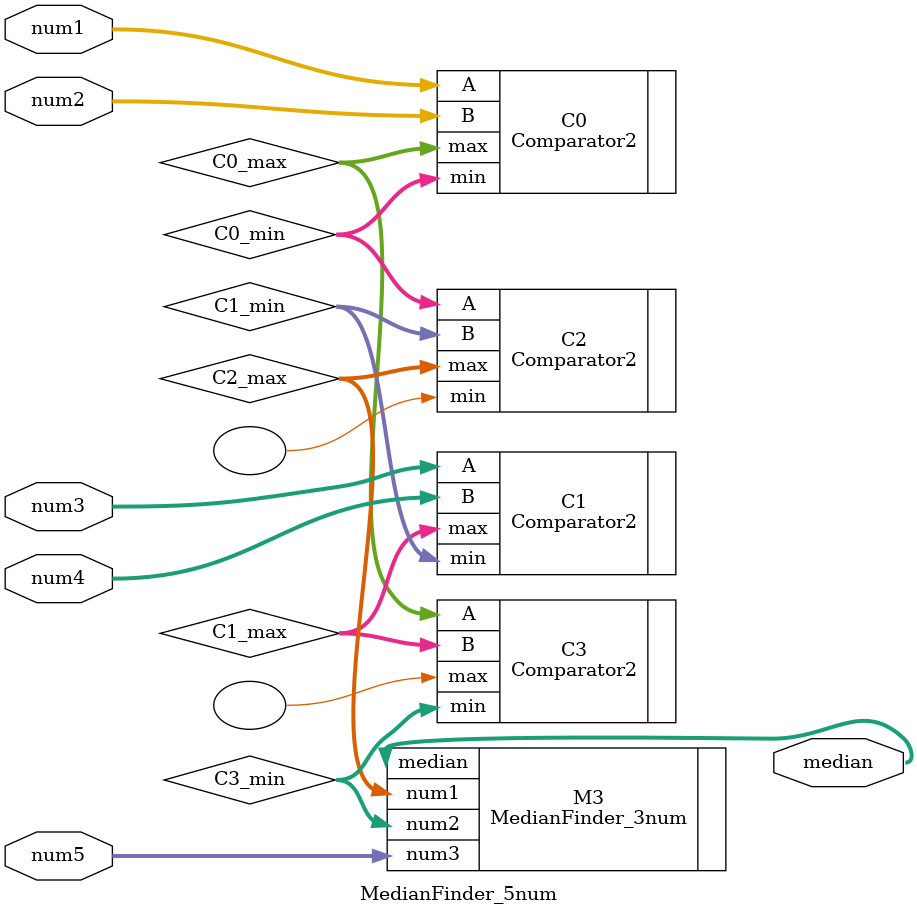
<source format=v>
`include "Comparator2.v"
`include "MedianFinder_3num.v"

module MedianFinder_5num(
    input  [3:0] 	num1  , 
	input  [3:0] 	num2  , 
	input  [3:0] 	num3  , 
	input  [3:0] 	num4  , 
	input  [3:0] 	num5  ,  
    output [3:0] 	median  
);

///////////////////////////////
//	Write Your Design Here ~ //
///////////////////////////////

wire [3:0] C0_min;
wire [3:0] C0_max;
wire [3:0] C1_min;
wire [3:0] C1_max;
wire [3:0] C2_max;
wire [3:0] C3_min;


Comparator2 C0(
	.A(num1),
	.B(num2),
	.min(C0_min),
	.max(C0_max)
);

Comparator2 C1(
	.A(num3),
	.B(num4),
	.min(C1_min),
	.max(C1_max)
);

Comparator2 C2(
	.A(C0_min),
	.B(C1_min),
	.min(),
	.max(C2_max)
);

Comparator2 C3(
	.A(C0_max),
	.B(C1_max),
	.min(C3_min),
	.max()
);

MedianFinder_3num M3(
	.num1(C2_max),
	.num2(C3_min),
	.num3(num5),
	.median(median)
);


endmodule

</source>
